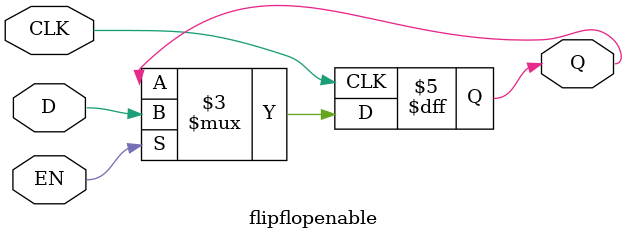
<source format=v>
module flipflopenable(input CLK, input EN, input D, output reg Q);

    always@(posedge CLK)
    begin
        // $display("%d %d %d", EN, Q, D);
        if(EN) Q = D;
    end

endmodule

</source>
